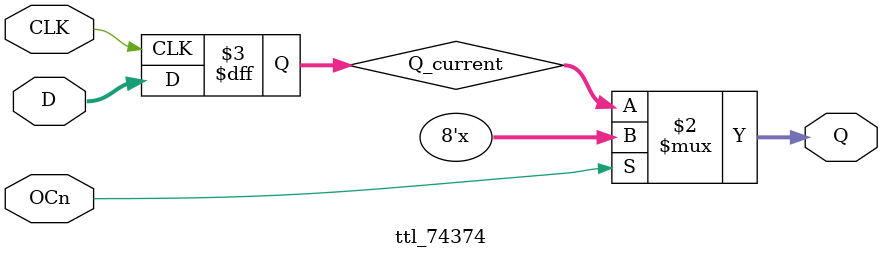
<source format=sv>
`default_nettype none
`timescale 1ns/1ns
module ttl_74374 #(parameter DLY=10)
(
  input  wire OCn,
  input  wire CLK,
  input  wire [7:0] D,
  output wire [7:0] Q
);
    reg [7:0] Q_current;
    
    always_ff @(posedge CLK ) begin
        Q_current <= D;
    end

    //If OCn is disabled output is in high impedance state
    assign #DLY Q = (OCn) ? 8'hzz : Q_current;
endmodule
</source>
